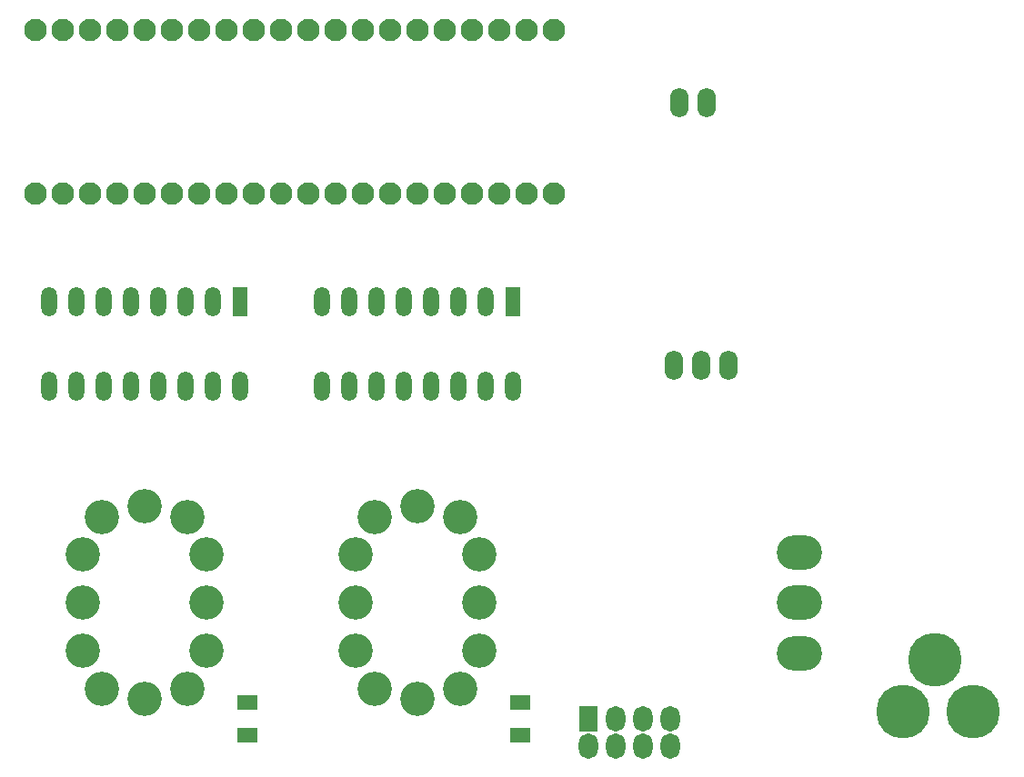
<source format=gbr>
G04 --- HEADER BEGIN --- *
%TF.GenerationSoftware,LibrePCB,LibrePCB,0.1.4-unstable*%
%TF.CreationDate,2020-02-26T00:12:38*%
%TF.ProjectId,Nixie Counter - default,cfaec193-39cb-4766-881d-db9368be8cff,v1.1*%
%TF.Part,Single*%
%FSLAX66Y66*%
%MOMM*%
G01*
G74*
G04 --- HEADER END --- *
G04 --- APERTURE LIST BEGIN --- *
%ADD10R,1.85X1.45*%
%ADD11C,3.2*%
%ADD12O,1.47X2.74*%
%ADD13R,1.47X2.74*%
%ADD14O,1.787X2.39*%
%ADD15R,1.787X2.39*%
%ADD16C,2.1*%
%ADD17O,4.2X3.2*%
%ADD18O,1.7X2.74*%
%ADD19C,5.0*%
G04 --- APERTURE LIST END --- *
G04 --- BOARD BEGIN --- *
D10*
X50165000Y11050000D03*
X50165000Y8000000D03*
D11*
X19240000Y28320000D03*
X20990000Y20320000D03*
X19240000Y12320000D03*
X15240000Y29320000D03*
X20990000Y24820000D03*
X11240000Y28320000D03*
X9490000Y15820000D03*
X9490000Y20320000D03*
X11240000Y12320000D03*
X9490000Y24820000D03*
X15240000Y11320000D03*
X20990000Y15820000D03*
D12*
X36830000Y48384984D03*
X49530000Y40514984D03*
X34290000Y40514984D03*
D13*
X49530000Y48384984D03*
D12*
X34290000Y48384984D03*
X44450000Y48384984D03*
X46990000Y48384984D03*
X44450000Y40514984D03*
X31750000Y48384984D03*
X41910000Y40514984D03*
X46990000Y40514984D03*
X39370000Y48384984D03*
X39370000Y40514984D03*
X41910000Y48384984D03*
X36830000Y40514984D03*
X31750000Y40514984D03*
D14*
X56515760Y6985104D03*
X59055760Y9525104D03*
X64135760Y9525104D03*
X61595760Y9525104D03*
X64135760Y6985104D03*
X59055760Y6985104D03*
X61595760Y6985104D03*
D15*
X56515760Y9525104D03*
D16*
X15240000Y58420000D03*
X40640000Y58420000D03*
X50800000Y58420000D03*
X45720000Y58420000D03*
X30480000Y73660000D03*
X45720000Y73660000D03*
X27940000Y58420000D03*
X7620000Y58420000D03*
X17780000Y58420000D03*
X53340000Y73660000D03*
X27940000Y73660000D03*
X35560000Y58420000D03*
X5080000Y73660000D03*
X35560000Y73660000D03*
X43180000Y58420000D03*
X25400000Y73660000D03*
X5080000Y58420000D03*
X50800000Y73660000D03*
X30480000Y58420000D03*
X33020000Y73660000D03*
X17780000Y73660000D03*
X12700000Y58420000D03*
X20320000Y58420000D03*
X10160000Y73660000D03*
X38100000Y58420000D03*
X40640000Y73660000D03*
X53340000Y58420000D03*
X22860000Y58420000D03*
X25400000Y58420000D03*
X48260000Y73660000D03*
X43180000Y73660000D03*
X38100000Y73660000D03*
X10160000Y58420000D03*
X15240000Y73660000D03*
X20320000Y73660000D03*
X12700000Y73660000D03*
X33020000Y58420000D03*
X7620000Y73660000D03*
X22860000Y73660000D03*
X48260000Y58420000D03*
D11*
X44640000Y28320000D03*
X46390000Y20320000D03*
X44640000Y12320000D03*
X40640000Y29320000D03*
X46390000Y24820000D03*
X36640000Y28320000D03*
X34890000Y15820000D03*
X34890000Y20320000D03*
X36640000Y12320000D03*
X34890000Y24820000D03*
X40640000Y11320000D03*
X46390000Y15820000D03*
D12*
X11430000Y48384984D03*
X24130000Y40514984D03*
X8890000Y40514984D03*
D13*
X24130000Y48384984D03*
D12*
X8890000Y48384984D03*
X19050000Y48384984D03*
X21590000Y48384984D03*
X19050000Y40514984D03*
X6350000Y48384984D03*
X16510000Y40514984D03*
X21590000Y40514984D03*
X13970000Y48384984D03*
X13970000Y40514984D03*
X16510000Y48384984D03*
X11430000Y40514984D03*
X6350000Y40514984D03*
D17*
X76199936Y15620000D03*
X76199936Y25020000D03*
X76199936Y20320000D03*
D18*
X67030992Y42428192D03*
X69570992Y42428192D03*
X65040992Y66928192D03*
X67580992Y66928192D03*
X64490992Y42428192D03*
D10*
X24765000Y11050000D03*
X24765000Y8000000D03*
D19*
X92311168Y10160064D03*
X88811168Y14960064D03*
X85811168Y10160064D03*
G04 --- BOARD END --- *
%TF.MD5,06312c617d1022ca100372b68d43d671*%
M02*

</source>
